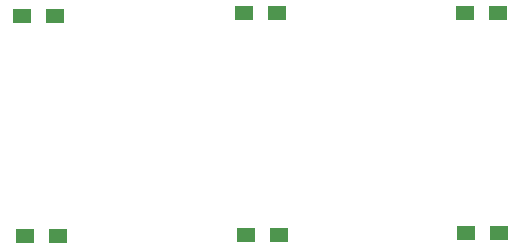
<source format=gtp>
G04 #@! TF.GenerationSoftware,KiCad,Pcbnew,(5.1.5-0-10_14)*
G04 #@! TF.CreationDate,2020-10-11T12:28:21+03:00*
G04 #@! TF.ProjectId,LogiMech,4c6f6769-4d65-4636-982e-6b696361645f,rev?*
G04 #@! TF.SameCoordinates,Original*
G04 #@! TF.FileFunction,Paste,Top*
G04 #@! TF.FilePolarity,Positive*
%FSLAX46Y46*%
G04 Gerber Fmt 4.6, Leading zero omitted, Abs format (unit mm)*
G04 Created by KiCad (PCBNEW (5.1.5-0-10_14)) date 2020-10-11 12:28:21*
%MOMM*%
%LPD*%
G04 APERTURE LIST*
%ADD10R,1.600000X1.200000*%
G04 APERTURE END LIST*
D10*
X108620000Y-103790000D03*
X111420000Y-103790000D03*
X111130000Y-85140000D03*
X108330000Y-85140000D03*
X130140000Y-103710000D03*
X127340000Y-103710000D03*
X127120000Y-84920000D03*
X129920000Y-84920000D03*
X145910000Y-103570000D03*
X148710000Y-103570000D03*
X148640000Y-84920000D03*
X145840000Y-84920000D03*
M02*

</source>
